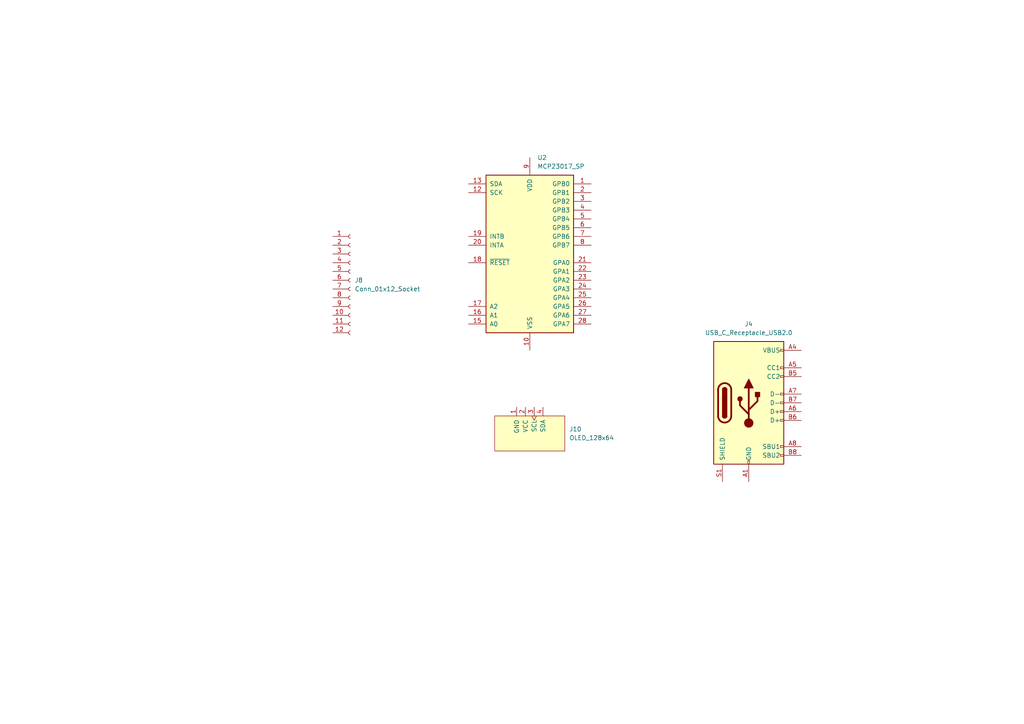
<source format=kicad_sch>
(kicad_sch (version 20230121) (generator eeschema)

  (uuid d92793f5-7a37-47c1-ba13-f28d416cb7ec)

  (paper "A4")

  (lib_symbols
    (symbol "Connector:Conn_01x12_Socket" (pin_names (offset 1.016) hide) (in_bom yes) (on_board yes)
      (property "Reference" "J" (at 0 15.24 0)
        (effects (font (size 1.27 1.27)))
      )
      (property "Value" "Conn_01x12_Socket" (at 0 -17.78 0)
        (effects (font (size 1.27 1.27)))
      )
      (property "Footprint" "" (at 0 0 0)
        (effects (font (size 1.27 1.27)) hide)
      )
      (property "Datasheet" "~" (at 0 0 0)
        (effects (font (size 1.27 1.27)) hide)
      )
      (property "ki_locked" "" (at 0 0 0)
        (effects (font (size 1.27 1.27)))
      )
      (property "ki_keywords" "connector" (at 0 0 0)
        (effects (font (size 1.27 1.27)) hide)
      )
      (property "ki_description" "Generic connector, single row, 01x12, script generated" (at 0 0 0)
        (effects (font (size 1.27 1.27)) hide)
      )
      (property "ki_fp_filters" "Connector*:*_1x??_*" (at 0 0 0)
        (effects (font (size 1.27 1.27)) hide)
      )
      (symbol "Conn_01x12_Socket_1_1"
        (arc (start 0 -14.732) (mid -0.5058 -15.24) (end 0 -15.748)
          (stroke (width 0.1524) (type default))
          (fill (type none))
        )
        (arc (start 0 -12.192) (mid -0.5058 -12.7) (end 0 -13.208)
          (stroke (width 0.1524) (type default))
          (fill (type none))
        )
        (arc (start 0 -9.652) (mid -0.5058 -10.16) (end 0 -10.668)
          (stroke (width 0.1524) (type default))
          (fill (type none))
        )
        (arc (start 0 -7.112) (mid -0.5058 -7.62) (end 0 -8.128)
          (stroke (width 0.1524) (type default))
          (fill (type none))
        )
        (arc (start 0 -4.572) (mid -0.5058 -5.08) (end 0 -5.588)
          (stroke (width 0.1524) (type default))
          (fill (type none))
        )
        (arc (start 0 -2.032) (mid -0.5058 -2.54) (end 0 -3.048)
          (stroke (width 0.1524) (type default))
          (fill (type none))
        )
        (polyline
          (pts
            (xy -1.27 -15.24)
            (xy -0.508 -15.24)
          )
          (stroke (width 0.1524) (type default))
          (fill (type none))
        )
        (polyline
          (pts
            (xy -1.27 -12.7)
            (xy -0.508 -12.7)
          )
          (stroke (width 0.1524) (type default))
          (fill (type none))
        )
        (polyline
          (pts
            (xy -1.27 -10.16)
            (xy -0.508 -10.16)
          )
          (stroke (width 0.1524) (type default))
          (fill (type none))
        )
        (polyline
          (pts
            (xy -1.27 -7.62)
            (xy -0.508 -7.62)
          )
          (stroke (width 0.1524) (type default))
          (fill (type none))
        )
        (polyline
          (pts
            (xy -1.27 -5.08)
            (xy -0.508 -5.08)
          )
          (stroke (width 0.1524) (type default))
          (fill (type none))
        )
        (polyline
          (pts
            (xy -1.27 -2.54)
            (xy -0.508 -2.54)
          )
          (stroke (width 0.1524) (type default))
          (fill (type none))
        )
        (polyline
          (pts
            (xy -1.27 0)
            (xy -0.508 0)
          )
          (stroke (width 0.1524) (type default))
          (fill (type none))
        )
        (polyline
          (pts
            (xy -1.27 2.54)
            (xy -0.508 2.54)
          )
          (stroke (width 0.1524) (type default))
          (fill (type none))
        )
        (polyline
          (pts
            (xy -1.27 5.08)
            (xy -0.508 5.08)
          )
          (stroke (width 0.1524) (type default))
          (fill (type none))
        )
        (polyline
          (pts
            (xy -1.27 7.62)
            (xy -0.508 7.62)
          )
          (stroke (width 0.1524) (type default))
          (fill (type none))
        )
        (polyline
          (pts
            (xy -1.27 10.16)
            (xy -0.508 10.16)
          )
          (stroke (width 0.1524) (type default))
          (fill (type none))
        )
        (polyline
          (pts
            (xy -1.27 12.7)
            (xy -0.508 12.7)
          )
          (stroke (width 0.1524) (type default))
          (fill (type none))
        )
        (arc (start 0 0.508) (mid -0.5058 0) (end 0 -0.508)
          (stroke (width 0.1524) (type default))
          (fill (type none))
        )
        (arc (start 0 3.048) (mid -0.5058 2.54) (end 0 2.032)
          (stroke (width 0.1524) (type default))
          (fill (type none))
        )
        (arc (start 0 5.588) (mid -0.5058 5.08) (end 0 4.572)
          (stroke (width 0.1524) (type default))
          (fill (type none))
        )
        (arc (start 0 8.128) (mid -0.5058 7.62) (end 0 7.112)
          (stroke (width 0.1524) (type default))
          (fill (type none))
        )
        (arc (start 0 10.668) (mid -0.5058 10.16) (end 0 9.652)
          (stroke (width 0.1524) (type default))
          (fill (type none))
        )
        (arc (start 0 13.208) (mid -0.5058 12.7) (end 0 12.192)
          (stroke (width 0.1524) (type default))
          (fill (type none))
        )
        (pin passive line (at -5.08 12.7 0) (length 3.81)
          (name "Pin_1" (effects (font (size 1.27 1.27))))
          (number "1" (effects (font (size 1.27 1.27))))
        )
        (pin passive line (at -5.08 -10.16 0) (length 3.81)
          (name "Pin_10" (effects (font (size 1.27 1.27))))
          (number "10" (effects (font (size 1.27 1.27))))
        )
        (pin passive line (at -5.08 -12.7 0) (length 3.81)
          (name "Pin_11" (effects (font (size 1.27 1.27))))
          (number "11" (effects (font (size 1.27 1.27))))
        )
        (pin passive line (at -5.08 -15.24 0) (length 3.81)
          (name "Pin_12" (effects (font (size 1.27 1.27))))
          (number "12" (effects (font (size 1.27 1.27))))
        )
        (pin passive line (at -5.08 10.16 0) (length 3.81)
          (name "Pin_2" (effects (font (size 1.27 1.27))))
          (number "2" (effects (font (size 1.27 1.27))))
        )
        (pin passive line (at -5.08 7.62 0) (length 3.81)
          (name "Pin_3" (effects (font (size 1.27 1.27))))
          (number "3" (effects (font (size 1.27 1.27))))
        )
        (pin passive line (at -5.08 5.08 0) (length 3.81)
          (name "Pin_4" (effects (font (size 1.27 1.27))))
          (number "4" (effects (font (size 1.27 1.27))))
        )
        (pin passive line (at -5.08 2.54 0) (length 3.81)
          (name "Pin_5" (effects (font (size 1.27 1.27))))
          (number "5" (effects (font (size 1.27 1.27))))
        )
        (pin passive line (at -5.08 0 0) (length 3.81)
          (name "Pin_6" (effects (font (size 1.27 1.27))))
          (number "6" (effects (font (size 1.27 1.27))))
        )
        (pin passive line (at -5.08 -2.54 0) (length 3.81)
          (name "Pin_7" (effects (font (size 1.27 1.27))))
          (number "7" (effects (font (size 1.27 1.27))))
        )
        (pin passive line (at -5.08 -5.08 0) (length 3.81)
          (name "Pin_8" (effects (font (size 1.27 1.27))))
          (number "8" (effects (font (size 1.27 1.27))))
        )
        (pin passive line (at -5.08 -7.62 0) (length 3.81)
          (name "Pin_9" (effects (font (size 1.27 1.27))))
          (number "9" (effects (font (size 1.27 1.27))))
        )
      )
    )
    (symbol "Connector:USB_C_Receptacle_USB2.0" (pin_names (offset 1.016)) (in_bom yes) (on_board yes)
      (property "Reference" "J" (at -10.16 19.05 0)
        (effects (font (size 1.27 1.27)) (justify left))
      )
      (property "Value" "USB_C_Receptacle_USB2.0" (at 19.05 19.05 0)
        (effects (font (size 1.27 1.27)) (justify right))
      )
      (property "Footprint" "" (at 3.81 0 0)
        (effects (font (size 1.27 1.27)) hide)
      )
      (property "Datasheet" "https://www.usb.org/sites/default/files/documents/usb_type-c.zip" (at 3.81 0 0)
        (effects (font (size 1.27 1.27)) hide)
      )
      (property "ki_keywords" "usb universal serial bus type-C USB2.0" (at 0 0 0)
        (effects (font (size 1.27 1.27)) hide)
      )
      (property "ki_description" "USB 2.0-only Type-C Receptacle connector" (at 0 0 0)
        (effects (font (size 1.27 1.27)) hide)
      )
      (property "ki_fp_filters" "USB*C*Receptacle*" (at 0 0 0)
        (effects (font (size 1.27 1.27)) hide)
      )
      (symbol "USB_C_Receptacle_USB2.0_0_0"
        (rectangle (start -0.254 -17.78) (end 0.254 -16.764)
          (stroke (width 0) (type default))
          (fill (type none))
        )
        (rectangle (start 10.16 -14.986) (end 9.144 -15.494)
          (stroke (width 0) (type default))
          (fill (type none))
        )
        (rectangle (start 10.16 -12.446) (end 9.144 -12.954)
          (stroke (width 0) (type default))
          (fill (type none))
        )
        (rectangle (start 10.16 -4.826) (end 9.144 -5.334)
          (stroke (width 0) (type default))
          (fill (type none))
        )
        (rectangle (start 10.16 -2.286) (end 9.144 -2.794)
          (stroke (width 0) (type default))
          (fill (type none))
        )
        (rectangle (start 10.16 0.254) (end 9.144 -0.254)
          (stroke (width 0) (type default))
          (fill (type none))
        )
        (rectangle (start 10.16 2.794) (end 9.144 2.286)
          (stroke (width 0) (type default))
          (fill (type none))
        )
        (rectangle (start 10.16 7.874) (end 9.144 7.366)
          (stroke (width 0) (type default))
          (fill (type none))
        )
        (rectangle (start 10.16 10.414) (end 9.144 9.906)
          (stroke (width 0) (type default))
          (fill (type none))
        )
        (rectangle (start 10.16 15.494) (end 9.144 14.986)
          (stroke (width 0) (type default))
          (fill (type none))
        )
      )
      (symbol "USB_C_Receptacle_USB2.0_0_1"
        (rectangle (start -10.16 17.78) (end 10.16 -17.78)
          (stroke (width 0.254) (type default))
          (fill (type background))
        )
        (arc (start -8.89 -3.81) (mid -6.985 -5.7067) (end -5.08 -3.81)
          (stroke (width 0.508) (type default))
          (fill (type none))
        )
        (arc (start -7.62 -3.81) (mid -6.985 -4.4423) (end -6.35 -3.81)
          (stroke (width 0.254) (type default))
          (fill (type none))
        )
        (arc (start -7.62 -3.81) (mid -6.985 -4.4423) (end -6.35 -3.81)
          (stroke (width 0.254) (type default))
          (fill (type outline))
        )
        (rectangle (start -7.62 -3.81) (end -6.35 3.81)
          (stroke (width 0.254) (type default))
          (fill (type outline))
        )
        (arc (start -6.35 3.81) (mid -6.985 4.4423) (end -7.62 3.81)
          (stroke (width 0.254) (type default))
          (fill (type none))
        )
        (arc (start -6.35 3.81) (mid -6.985 4.4423) (end -7.62 3.81)
          (stroke (width 0.254) (type default))
          (fill (type outline))
        )
        (arc (start -5.08 3.81) (mid -6.985 5.7067) (end -8.89 3.81)
          (stroke (width 0.508) (type default))
          (fill (type none))
        )
        (circle (center -2.54 1.143) (radius 0.635)
          (stroke (width 0.254) (type default))
          (fill (type outline))
        )
        (circle (center 0 -5.842) (radius 1.27)
          (stroke (width 0) (type default))
          (fill (type outline))
        )
        (polyline
          (pts
            (xy -8.89 -3.81)
            (xy -8.89 3.81)
          )
          (stroke (width 0.508) (type default))
          (fill (type none))
        )
        (polyline
          (pts
            (xy -5.08 3.81)
            (xy -5.08 -3.81)
          )
          (stroke (width 0.508) (type default))
          (fill (type none))
        )
        (polyline
          (pts
            (xy 0 -5.842)
            (xy 0 4.318)
          )
          (stroke (width 0.508) (type default))
          (fill (type none))
        )
        (polyline
          (pts
            (xy 0 -3.302)
            (xy -2.54 -0.762)
            (xy -2.54 0.508)
          )
          (stroke (width 0.508) (type default))
          (fill (type none))
        )
        (polyline
          (pts
            (xy 0 -2.032)
            (xy 2.54 0.508)
            (xy 2.54 1.778)
          )
          (stroke (width 0.508) (type default))
          (fill (type none))
        )
        (polyline
          (pts
            (xy -1.27 4.318)
            (xy 0 6.858)
            (xy 1.27 4.318)
            (xy -1.27 4.318)
          )
          (stroke (width 0.254) (type default))
          (fill (type outline))
        )
        (rectangle (start 1.905 1.778) (end 3.175 3.048)
          (stroke (width 0.254) (type default))
          (fill (type outline))
        )
      )
      (symbol "USB_C_Receptacle_USB2.0_1_1"
        (pin passive line (at 0 -22.86 90) (length 5.08)
          (name "GND" (effects (font (size 1.27 1.27))))
          (number "A1" (effects (font (size 1.27 1.27))))
        )
        (pin passive line (at 0 -22.86 90) (length 5.08) hide
          (name "GND" (effects (font (size 1.27 1.27))))
          (number "A12" (effects (font (size 1.27 1.27))))
        )
        (pin passive line (at 15.24 15.24 180) (length 5.08)
          (name "VBUS" (effects (font (size 1.27 1.27))))
          (number "A4" (effects (font (size 1.27 1.27))))
        )
        (pin bidirectional line (at 15.24 10.16 180) (length 5.08)
          (name "CC1" (effects (font (size 1.27 1.27))))
          (number "A5" (effects (font (size 1.27 1.27))))
        )
        (pin bidirectional line (at 15.24 -2.54 180) (length 5.08)
          (name "D+" (effects (font (size 1.27 1.27))))
          (number "A6" (effects (font (size 1.27 1.27))))
        )
        (pin bidirectional line (at 15.24 2.54 180) (length 5.08)
          (name "D-" (effects (font (size 1.27 1.27))))
          (number "A7" (effects (font (size 1.27 1.27))))
        )
        (pin bidirectional line (at 15.24 -12.7 180) (length 5.08)
          (name "SBU1" (effects (font (size 1.27 1.27))))
          (number "A8" (effects (font (size 1.27 1.27))))
        )
        (pin passive line (at 15.24 15.24 180) (length 5.08) hide
          (name "VBUS" (effects (font (size 1.27 1.27))))
          (number "A9" (effects (font (size 1.27 1.27))))
        )
        (pin passive line (at 0 -22.86 90) (length 5.08) hide
          (name "GND" (effects (font (size 1.27 1.27))))
          (number "B1" (effects (font (size 1.27 1.27))))
        )
        (pin passive line (at 0 -22.86 90) (length 5.08) hide
          (name "GND" (effects (font (size 1.27 1.27))))
          (number "B12" (effects (font (size 1.27 1.27))))
        )
        (pin passive line (at 15.24 15.24 180) (length 5.08) hide
          (name "VBUS" (effects (font (size 1.27 1.27))))
          (number "B4" (effects (font (size 1.27 1.27))))
        )
        (pin bidirectional line (at 15.24 7.62 180) (length 5.08)
          (name "CC2" (effects (font (size 1.27 1.27))))
          (number "B5" (effects (font (size 1.27 1.27))))
        )
        (pin bidirectional line (at 15.24 -5.08 180) (length 5.08)
          (name "D+" (effects (font (size 1.27 1.27))))
          (number "B6" (effects (font (size 1.27 1.27))))
        )
        (pin bidirectional line (at 15.24 0 180) (length 5.08)
          (name "D-" (effects (font (size 1.27 1.27))))
          (number "B7" (effects (font (size 1.27 1.27))))
        )
        (pin bidirectional line (at 15.24 -15.24 180) (length 5.08)
          (name "SBU2" (effects (font (size 1.27 1.27))))
          (number "B8" (effects (font (size 1.27 1.27))))
        )
        (pin passive line (at 15.24 15.24 180) (length 5.08) hide
          (name "VBUS" (effects (font (size 1.27 1.27))))
          (number "B9" (effects (font (size 1.27 1.27))))
        )
        (pin passive line (at -7.62 -22.86 90) (length 5.08)
          (name "SHIELD" (effects (font (size 1.27 1.27))))
          (number "S1" (effects (font (size 1.27 1.27))))
        )
      )
    )
    (symbol "Interface_Expansion:MCP23017_SP" (pin_names (offset 1.016)) (in_bom yes) (on_board yes)
      (property "Reference" "U" (at -11.43 24.13 0)
        (effects (font (size 1.27 1.27)))
      )
      (property "Value" "MCP23017_SP" (at 0 0 0)
        (effects (font (size 1.27 1.27)))
      )
      (property "Footprint" "Package_DIP:DIP-28_W7.62mm" (at 5.08 -25.4 0)
        (effects (font (size 1.27 1.27)) (justify left) hide)
      )
      (property "Datasheet" "http://ww1.microchip.com/downloads/en/DeviceDoc/20001952C.pdf" (at 5.08 -27.94 0)
        (effects (font (size 1.27 1.27)) (justify left) hide)
      )
      (property "ki_keywords" "I2C parallel port expander" (at 0 0 0)
        (effects (font (size 1.27 1.27)) hide)
      )
      (property "ki_description" "16-bit I/O expander, I2C, interrupts, w pull-ups, SPDIP-28" (at 0 0 0)
        (effects (font (size 1.27 1.27)) hide)
      )
      (property "ki_fp_filters" "DIP*W7.62mm*" (at 0 0 0)
        (effects (font (size 1.27 1.27)) hide)
      )
      (symbol "MCP23017_SP_0_1"
        (rectangle (start -12.7 22.86) (end 12.7 -22.86)
          (stroke (width 0.254) (type default))
          (fill (type background))
        )
      )
      (symbol "MCP23017_SP_1_1"
        (pin bidirectional line (at 17.78 20.32 180) (length 5.08)
          (name "GPB0" (effects (font (size 1.27 1.27))))
          (number "1" (effects (font (size 1.27 1.27))))
        )
        (pin power_in line (at 0 -27.94 90) (length 5.08)
          (name "VSS" (effects (font (size 1.27 1.27))))
          (number "10" (effects (font (size 1.27 1.27))))
        )
        (pin no_connect line (at -12.7 15.24 0) (length 5.08) hide
          (name "NC" (effects (font (size 1.27 1.27))))
          (number "11" (effects (font (size 1.27 1.27))))
        )
        (pin input line (at -17.78 17.78 0) (length 5.08)
          (name "SCK" (effects (font (size 1.27 1.27))))
          (number "12" (effects (font (size 1.27 1.27))))
        )
        (pin bidirectional line (at -17.78 20.32 0) (length 5.08)
          (name "SDA" (effects (font (size 1.27 1.27))))
          (number "13" (effects (font (size 1.27 1.27))))
        )
        (pin no_connect line (at -12.7 12.7 0) (length 5.08) hide
          (name "NC" (effects (font (size 1.27 1.27))))
          (number "14" (effects (font (size 1.27 1.27))))
        )
        (pin input line (at -17.78 -20.32 0) (length 5.08)
          (name "A0" (effects (font (size 1.27 1.27))))
          (number "15" (effects (font (size 1.27 1.27))))
        )
        (pin input line (at -17.78 -17.78 0) (length 5.08)
          (name "A1" (effects (font (size 1.27 1.27))))
          (number "16" (effects (font (size 1.27 1.27))))
        )
        (pin input line (at -17.78 -15.24 0) (length 5.08)
          (name "A2" (effects (font (size 1.27 1.27))))
          (number "17" (effects (font (size 1.27 1.27))))
        )
        (pin input line (at -17.78 -2.54 0) (length 5.08)
          (name "~{RESET}" (effects (font (size 1.27 1.27))))
          (number "18" (effects (font (size 1.27 1.27))))
        )
        (pin tri_state line (at -17.78 5.08 0) (length 5.08)
          (name "INTB" (effects (font (size 1.27 1.27))))
          (number "19" (effects (font (size 1.27 1.27))))
        )
        (pin bidirectional line (at 17.78 17.78 180) (length 5.08)
          (name "GPB1" (effects (font (size 1.27 1.27))))
          (number "2" (effects (font (size 1.27 1.27))))
        )
        (pin tri_state line (at -17.78 2.54 0) (length 5.08)
          (name "INTA" (effects (font (size 1.27 1.27))))
          (number "20" (effects (font (size 1.27 1.27))))
        )
        (pin bidirectional line (at 17.78 -2.54 180) (length 5.08)
          (name "GPA0" (effects (font (size 1.27 1.27))))
          (number "21" (effects (font (size 1.27 1.27))))
        )
        (pin bidirectional line (at 17.78 -5.08 180) (length 5.08)
          (name "GPA1" (effects (font (size 1.27 1.27))))
          (number "22" (effects (font (size 1.27 1.27))))
        )
        (pin bidirectional line (at 17.78 -7.62 180) (length 5.08)
          (name "GPA2" (effects (font (size 1.27 1.27))))
          (number "23" (effects (font (size 1.27 1.27))))
        )
        (pin bidirectional line (at 17.78 -10.16 180) (length 5.08)
          (name "GPA3" (effects (font (size 1.27 1.27))))
          (number "24" (effects (font (size 1.27 1.27))))
        )
        (pin bidirectional line (at 17.78 -12.7 180) (length 5.08)
          (name "GPA4" (effects (font (size 1.27 1.27))))
          (number "25" (effects (font (size 1.27 1.27))))
        )
        (pin bidirectional line (at 17.78 -15.24 180) (length 5.08)
          (name "GPA5" (effects (font (size 1.27 1.27))))
          (number "26" (effects (font (size 1.27 1.27))))
        )
        (pin bidirectional line (at 17.78 -17.78 180) (length 5.08)
          (name "GPA6" (effects (font (size 1.27 1.27))))
          (number "27" (effects (font (size 1.27 1.27))))
        )
        (pin bidirectional line (at 17.78 -20.32 180) (length 5.08)
          (name "GPA7" (effects (font (size 1.27 1.27))))
          (number "28" (effects (font (size 1.27 1.27))))
        )
        (pin bidirectional line (at 17.78 15.24 180) (length 5.08)
          (name "GPB2" (effects (font (size 1.27 1.27))))
          (number "3" (effects (font (size 1.27 1.27))))
        )
        (pin bidirectional line (at 17.78 12.7 180) (length 5.08)
          (name "GPB3" (effects (font (size 1.27 1.27))))
          (number "4" (effects (font (size 1.27 1.27))))
        )
        (pin bidirectional line (at 17.78 10.16 180) (length 5.08)
          (name "GPB4" (effects (font (size 1.27 1.27))))
          (number "5" (effects (font (size 1.27 1.27))))
        )
        (pin bidirectional line (at 17.78 7.62 180) (length 5.08)
          (name "GPB5" (effects (font (size 1.27 1.27))))
          (number "6" (effects (font (size 1.27 1.27))))
        )
        (pin bidirectional line (at 17.78 5.08 180) (length 5.08)
          (name "GPB6" (effects (font (size 1.27 1.27))))
          (number "7" (effects (font (size 1.27 1.27))))
        )
        (pin bidirectional line (at 17.78 2.54 180) (length 5.08)
          (name "GPB7" (effects (font (size 1.27 1.27))))
          (number "8" (effects (font (size 1.27 1.27))))
        )
        (pin power_in line (at 0 27.94 270) (length 5.08)
          (name "VDD" (effects (font (size 1.27 1.27))))
          (number "9" (effects (font (size 1.27 1.27))))
        )
      )
    )
    (symbol "ScottoKeebs:OLED_128x64" (pin_names (offset 1.016)) (in_bom yes) (on_board yes)
      (property "Reference" "J" (at 0 -11.43 0)
        (effects (font (size 1.27 1.27)))
      )
      (property "Value" "OLED_128x64" (at 0 -7.62 0)
        (effects (font (size 1.27 1.27)))
      )
      (property "Footprint" "ScottoKeebs_Components:OLED_128x64" (at 0 -13.97 0)
        (effects (font (size 1.27 1.27)) hide)
      )
      (property "Datasheet" "" (at 1.27 0 90)
        (effects (font (size 1.27 1.27)) hide)
      )
      (symbol "OLED_128x64_0_1"
        (rectangle (start 10.16 -10.16) (end -10.16 0)
          (stroke (width 0) (type default))
          (fill (type background))
        )
      )
      (symbol "OLED_128x64_1_1"
        (pin power_in line (at -3.81 2.54 270) (length 2.54)
          (name "GND" (effects (font (size 1.27 1.27))))
          (number "1" (effects (font (size 1.27 1.27))))
        )
        (pin power_in line (at -1.27 2.54 270) (length 2.54)
          (name "VCC" (effects (font (size 1.27 1.27))))
          (number "2" (effects (font (size 1.27 1.27))))
        )
        (pin input clock (at 1.27 2.54 270) (length 2.54)
          (name "SCL" (effects (font (size 1.27 1.27))))
          (number "3" (effects (font (size 1.27 1.27))))
        )
        (pin bidirectional line (at 3.81 2.54 270) (length 2.54)
          (name "SDA" (effects (font (size 1.27 1.27))))
          (number "4" (effects (font (size 1.27 1.27))))
        )
      )
    )
  )


  (symbol (lib_id "Connector:Conn_01x12_Socket") (at 101.6 81.28 0) (unit 1)
    (in_bom yes) (on_board yes) (dnp no) (fields_autoplaced)
    (uuid 091ffd27-b0e5-4d62-96aa-6f54a49bb1b7)
    (property "Reference" "J8" (at 102.87 81.28 0)
      (effects (font (size 1.27 1.27)) (justify left))
    )
    (property "Value" "Conn_01x12_Socket" (at 102.87 83.82 0)
      (effects (font (size 1.27 1.27)) (justify left))
    )
    (property "Footprint" "" (at 101.6 81.28 0)
      (effects (font (size 1.27 1.27)) hide)
    )
    (property "Datasheet" "~" (at 101.6 81.28 0)
      (effects (font (size 1.27 1.27)) hide)
    )
    (pin "1" (uuid 6dc56895-1955-477f-96f6-e2d0aa193903))
    (pin "10" (uuid ec44cb6c-1565-4a9f-acee-e93c7bbcb9c8))
    (pin "11" (uuid d89413f0-8f6d-4abc-b2de-cafd499919cb))
    (pin "12" (uuid c5768df0-5742-41a0-a396-2df161b889b2))
    (pin "2" (uuid 3f88d236-a20b-4a62-b397-b2d74d2eedb9))
    (pin "3" (uuid ad2cf456-81cf-4968-91c1-4838eca9a8c3))
    (pin "4" (uuid cbd5733b-24e3-48ff-9a75-0a7c6a4e4698))
    (pin "5" (uuid fca3e596-a29b-4747-acd6-31070f9eebc5))
    (pin "6" (uuid 4708c34a-28ac-4b7a-b730-120eba64b50e))
    (pin "7" (uuid 9024bbbe-8b0c-438a-bb0b-2a7e6e19809e))
    (pin "8" (uuid 5ddc49d3-0ea2-496a-9ff9-5d76ac690612))
    (pin "9" (uuid 516ff857-5541-45a4-b62a-4243dee0e3ab))
    (instances
      (project "mksp_Mk1_rev0"
        (path "/317db825-7ec8-42a4-86c9-29de77488848/9a4d8874-164c-4918-b768-ce32cb89a53f"
          (reference "J8") (unit 1)
        )
        (path "/317db825-7ec8-42a4-86c9-29de77488848/6eeaa44f-3e3d-4d86-815d-42d0f349cb86"
          (reference "J11") (unit 1)
        )
      )
      (project "peripheral-ctrl-board"
        (path "/d92793f5-7a37-47c1-ba13-f28d416cb7ec"
          (reference "J8") (unit 1)
        )
      )
    )
  )

  (symbol (lib_id "Connector:USB_C_Receptacle_USB2.0") (at 217.17 116.84 0) (unit 1)
    (in_bom yes) (on_board yes) (dnp no) (fields_autoplaced)
    (uuid 17fc799f-3146-4550-9671-6b5cbda45c19)
    (property "Reference" "J4" (at 217.17 93.98 0)
      (effects (font (size 1.27 1.27)))
    )
    (property "Value" "USB_C_Receptacle_USB2.0" (at 217.17 96.52 0)
      (effects (font (size 1.27 1.27)))
    )
    (property "Footprint" "" (at 220.98 116.84 0)
      (effects (font (size 1.27 1.27)) hide)
    )
    (property "Datasheet" "https://www.usb.org/sites/default/files/documents/usb_type-c.zip" (at 220.98 116.84 0)
      (effects (font (size 1.27 1.27)) hide)
    )
    (pin "A1" (uuid b5ca943a-7efd-421e-8909-b6f399ebeb13))
    (pin "A12" (uuid ec7ae88c-a89b-4dd6-bded-889155f62930))
    (pin "A4" (uuid 235adff2-bf43-46c8-8ded-e9f7f60d0ec3))
    (pin "A5" (uuid 6de0b655-7de4-4a80-83e4-977e7cb1dad3))
    (pin "A6" (uuid a02510b1-555d-45a3-892a-817af7d69e64))
    (pin "A7" (uuid ec3317dd-6e31-46e8-9725-f5bcd98d35b2))
    (pin "A8" (uuid aaca91cb-08ea-41b2-923e-00b15549b8fa))
    (pin "A9" (uuid d081604b-2011-4286-9f9c-5d910c53f2ff))
    (pin "B1" (uuid 0f4f1cd8-ebbc-4a9e-be82-d7c0fc9e6c79))
    (pin "B12" (uuid 330c8612-5811-48ef-8536-9c3ff34622aa))
    (pin "B4" (uuid 67d1ceb1-25e2-41a9-857d-9c80010be1c6))
    (pin "B5" (uuid cd074593-de1e-447a-ac26-deaad4eb48e9))
    (pin "B6" (uuid 2ad17446-5eee-4713-af0f-53fa8cd5fe6d))
    (pin "B7" (uuid 4a8ab626-643e-4f23-b906-bcd02157ca8f))
    (pin "B8" (uuid bb4d9ca6-1aef-47e5-89b3-2b7c991b4e9f))
    (pin "B9" (uuid 02018147-791c-45f0-b8c1-46bf7efc630b))
    (pin "S1" (uuid 76a8f715-a944-452d-8def-893386dc69fe))
    (instances
      (project "mksp_Mk1_rev0"
        (path "/317db825-7ec8-42a4-86c9-29de77488848/9a4d8874-164c-4918-b768-ce32cb89a53f"
          (reference "J4") (unit 1)
        )
        (path "/317db825-7ec8-42a4-86c9-29de77488848/6eeaa44f-3e3d-4d86-815d-42d0f349cb86"
          (reference "J3") (unit 1)
        )
      )
      (project "peripheral-ctrl-board"
        (path "/d92793f5-7a37-47c1-ba13-f28d416cb7ec"
          (reference "J4") (unit 1)
        )
      )
    )
  )

  (symbol (lib_id "Interface_Expansion:MCP23017_SP") (at 153.67 73.66 0) (unit 1)
    (in_bom yes) (on_board yes) (dnp no) (fields_autoplaced)
    (uuid 38c749df-ec97-4a7e-866b-68478355d75d)
    (property "Reference" "U2" (at 155.8641 45.72 0)
      (effects (font (size 1.27 1.27)) (justify left))
    )
    (property "Value" "MCP23017_SP" (at 155.8641 48.26 0)
      (effects (font (size 1.27 1.27)) (justify left))
    )
    (property "Footprint" "Package_DIP:DIP-28_W7.62mm" (at 158.75 99.06 0)
      (effects (font (size 1.27 1.27)) (justify left) hide)
    )
    (property "Datasheet" "http://ww1.microchip.com/downloads/en/DeviceDoc/20001952C.pdf" (at 158.75 101.6 0)
      (effects (font (size 1.27 1.27)) (justify left) hide)
    )
    (pin "1" (uuid 4967f018-2e3a-4213-b4b0-bacff2d25aac))
    (pin "10" (uuid 6b20868c-53d0-492b-97ec-213f1884e87c))
    (pin "11" (uuid d4dff2e8-014f-44e6-a8f3-df893c37cc65))
    (pin "12" (uuid d14ad6c8-dfe7-4cce-b32c-80e78ef37aad))
    (pin "13" (uuid fcedf69b-7383-4adb-9b92-5f9d801bb8e6))
    (pin "14" (uuid bd398c9f-5e0a-4d78-be58-aaabc4692ff8))
    (pin "15" (uuid 1eeeb68c-faae-48ce-bfa7-058f45478dcc))
    (pin "16" (uuid eca9c25a-d1f9-48ba-b7ae-86719db0f0b6))
    (pin "17" (uuid 1ca7f63e-47d9-4b61-b897-4fb8762241b0))
    (pin "18" (uuid ffb205da-8a7d-4182-9ca0-8f02ef5ab8ef))
    (pin "19" (uuid 88b615e8-6d21-4c2b-85c8-8f0163a82727))
    (pin "2" (uuid 3a1ae812-0064-40b5-8dc8-6beece771947))
    (pin "20" (uuid 92e9ac1f-2f64-4e37-a05c-e229ed775fd4))
    (pin "21" (uuid 2fafd9d5-ee9e-4a12-9c87-d1e3454d6dfa))
    (pin "22" (uuid 46cf261e-d95f-4b0a-b091-d12f77ea03f5))
    (pin "23" (uuid a7f5225c-ef65-45ce-8cde-4702cc1ae857))
    (pin "24" (uuid eacb1922-764b-40a3-9e8d-20741c22dc4d))
    (pin "25" (uuid 31fb8c92-3838-4876-8c9c-47acc3097c48))
    (pin "26" (uuid 14d1d17e-8692-4128-8292-a873ac47a9c4))
    (pin "27" (uuid 4982cc8f-5614-45dc-9055-1e21a439ef98))
    (pin "28" (uuid 1de9e7e0-c17f-49b5-8387-69696ae27d23))
    (pin "3" (uuid 49b02e4e-20be-477b-993a-9384f6b083e0))
    (pin "4" (uuid e7029f13-36ec-4cd3-8f3f-8f6b9cd2fb5a))
    (pin "5" (uuid c9effeef-aca1-4739-a475-8a83be76124e))
    (pin "6" (uuid c8d9142b-3890-4fd5-98af-7a21e8efc901))
    (pin "7" (uuid f7d63108-d674-4a04-bcc7-a3a9b22b91ff))
    (pin "8" (uuid 12e7ebff-da03-4aa2-bb5e-85b8f27811b3))
    (pin "9" (uuid b5e1770a-ff9a-4b8b-bfc9-560ffb4ed9bd))
    (instances
      (project "mksp_Mk1_rev0"
        (path "/317db825-7ec8-42a4-86c9-29de77488848/6eeaa44f-3e3d-4d86-815d-42d0f349cb86"
          (reference "U2") (unit 1)
        )
      )
      (project "peripheral-ctrl-board"
        (path "/d92793f5-7a37-47c1-ba13-f28d416cb7ec"
          (reference "U2") (unit 1)
        )
      )
    )
  )

  (symbol (lib_id "ScottoKeebs:OLED_128x64") (at 153.67 120.65 0) (unit 1)
    (in_bom yes) (on_board yes) (dnp no) (fields_autoplaced)
    (uuid 64c06b18-79d3-4be8-baf4-50e0b942398f)
    (property "Reference" "J10" (at 165.1 124.46 0)
      (effects (font (size 1.27 1.27)) (justify left))
    )
    (property "Value" "OLED_128x64" (at 165.1 127 0)
      (effects (font (size 1.27 1.27)) (justify left))
    )
    (property "Footprint" "ScottoKeebs_Components:OLED_128x64" (at 153.67 134.62 0)
      (effects (font (size 1.27 1.27)) hide)
    )
    (property "Datasheet" "" (at 154.94 120.65 90)
      (effects (font (size 1.27 1.27)) hide)
    )
    (pin "1" (uuid 474ef43f-291e-4fa6-921f-1bd2c98889a9))
    (pin "2" (uuid 2bacf480-fcb2-4ce0-9feb-9e98ff368474))
    (pin "3" (uuid 9c5e59ec-1dd1-4d21-a54f-8764653305d1))
    (pin "4" (uuid 237da430-dc3e-4434-877d-8ce7ed74a973))
    (instances
      (project "mksp_Mk1_rev0"
        (path "/317db825-7ec8-42a4-86c9-29de77488848/6eeaa44f-3e3d-4d86-815d-42d0f349cb86"
          (reference "J10") (unit 1)
        )
      )
      (project "peripheral-ctrl-board"
        (path "/d92793f5-7a37-47c1-ba13-f28d416cb7ec"
          (reference "J10") (unit 1)
        )
      )
    )
  )

  (sheet_instances
    (path "/" (page "1"))
  )
)

</source>
